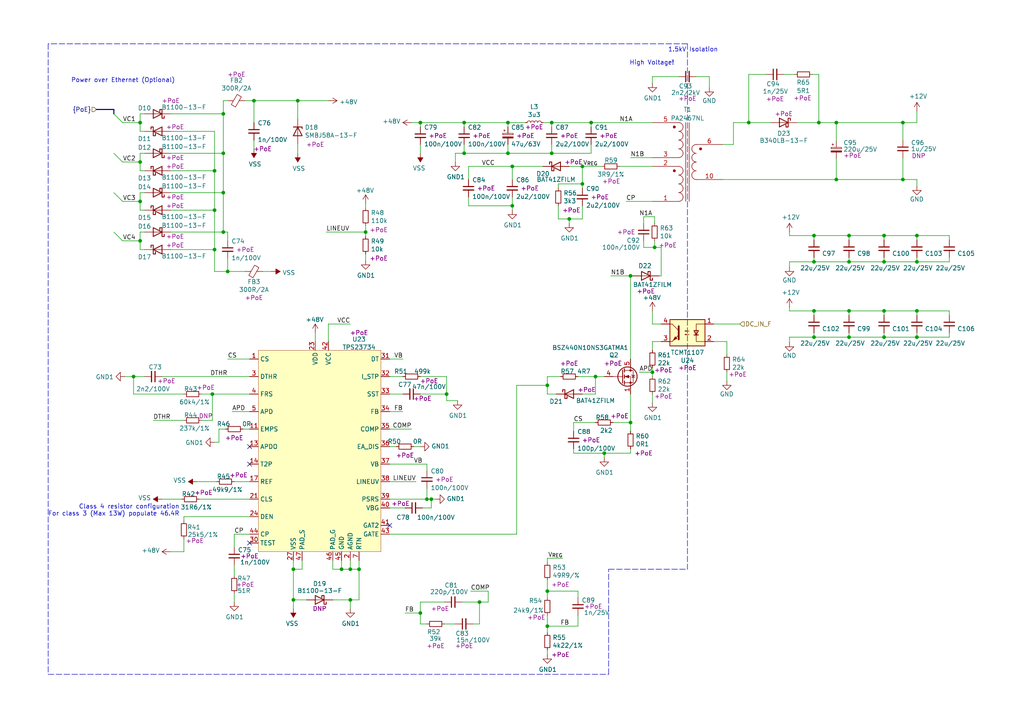
<source format=kicad_sch>
(kicad_sch (version 20210406) (generator eeschema)
  (paper "A4")
  (title_block (title "Power over Ethernet") (date "2021-01-12") (rev "0.1") (company "Nabu Casa") (comment 1 "www.nabucasa.com") (comment 2 "Light Blue"))
  (junction (at 38.735 109.22) (diameter 0.9144))
  (junction (at 40.64 35.56) (diameter 0.9144))
  (junction (at 40.64 46.99) (diameter 0.9144))
  (junction (at 40.64 58.42) (diameter 0.9144))
  (junction (at 40.64 69.85) (diameter 0.9144))
  (junction (at 61.595 114.3) (diameter 0.9144))
  (junction (at 62.23 49.53) (diameter 0.9144))
  (junction (at 62.23 60.96) (diameter 0.9144))
  (junction (at 62.23 72.39) (diameter 0.9144))
  (junction (at 64.77 33.02) (diameter 0.9144))
  (junction (at 64.77 44.45) (diameter 0.9144))
  (junction (at 64.77 55.88) (diameter 0.9144))
  (junction (at 64.77 67.31) (diameter 0.9144))
  (junction (at 66.04 78.74) (diameter 0.9144))
  (junction (at 73.66 29.21) (diameter 0.9144))
  (junction (at 85.09 165.1) (diameter 0.9144))
  (junction (at 85.09 173.99) (diameter 0.9144))
  (junction (at 86.36 29.21) (diameter 0.9144))
  (junction (at 99.06 165.1) (diameter 0.9144))
  (junction (at 101.6 165.1) (diameter 0.9144))
  (junction (at 101.6 173.99) (diameter 0.9144))
  (junction (at 104.14 165.1) (diameter 0.9144))
  (junction (at 106.045 67.31) (diameter 0.9144))
  (junction (at 121.92 35.56) (diameter 0.9144))
  (junction (at 121.92 177.8) (diameter 0.9144))
  (junction (at 123.825 144.78) (diameter 0.9144))
  (junction (at 125.095 144.78) (diameter 0.9144))
  (junction (at 129.54 114.3) (diameter 0.9144))
  (junction (at 134.62 35.56) (diameter 0.9144))
  (junction (at 134.62 44.45) (diameter 0.9144))
  (junction (at 139.065 174.625) (diameter 0.9144))
  (junction (at 147.32 35.56) (diameter 0.9144))
  (junction (at 147.32 44.45) (diameter 0.9144))
  (junction (at 148.59 48.26) (diameter 0.9144))
  (junction (at 148.59 59.69) (diameter 0.9144))
  (junction (at 158.75 111.76) (diameter 0.9144))
  (junction (at 158.75 171.45) (diameter 0.9144))
  (junction (at 158.75 181.61) (diameter 0.9144))
  (junction (at 160.02 35.56) (diameter 0.9144))
  (junction (at 160.02 44.45) (diameter 0.9144))
  (junction (at 165.1 63.5) (diameter 0.9144))
  (junction (at 168.91 48.26) (diameter 0.9144))
  (junction (at 168.91 53.34) (diameter 0.9144))
  (junction (at 171.45 35.56) (diameter 0.9144))
  (junction (at 172.72 109.22) (diameter 0.9144))
  (junction (at 175.26 131.445) (diameter 0.9144))
  (junction (at 182.88 80.01) (diameter 0.9144))
  (junction (at 182.88 122.555) (diameter 0.9144))
  (junction (at 189.23 107.95) (diameter 0.9144))
  (junction (at 189.865 71.755) (diameter 0.9144))
  (junction (at 217.17 35.56) (diameter 0.9144))
  (junction (at 236.093 68.326) (diameter 0.9144))
  (junction (at 236.093 75.946) (diameter 0.9144))
  (junction (at 236.093 90.17) (diameter 0.9144))
  (junction (at 236.093 97.79) (diameter 0.9144))
  (junction (at 237.49 35.56) (diameter 0.9144))
  (junction (at 242.57 35.56) (diameter 0.9144))
  (junction (at 242.57 52.07) (diameter 0.9144))
  (junction (at 246.253 68.326) (diameter 0.9144))
  (junction (at 246.253 75.946) (diameter 0.9144))
  (junction (at 246.253 90.17) (diameter 0.9144))
  (junction (at 246.253 97.79) (diameter 0.9144))
  (junction (at 256.413 68.326) (diameter 0.9144))
  (junction (at 256.413 75.946) (diameter 0.9144))
  (junction (at 256.413 90.17) (diameter 0.9144))
  (junction (at 256.413 97.79) (diameter 0.9144))
  (junction (at 261.874 35.56) (diameter 0.9144))
  (junction (at 261.874 52.07) (diameter 0.9144))
  (junction (at 265.938 68.326) (diameter 0.9144))
  (junction (at 265.938 75.946) (diameter 0.9144))
  (junction (at 265.938 90.17) (diameter 0.9144))
  (junction (at 265.938 97.79) (diameter 0.9144))
  (no_connect (at 72.39 129.54))
  (no_connect (at 72.39 134.62))
  (no_connect (at 72.39 157.48))
  (no_connect (at 113.03 152.4))
  (bus_entry (at 33.02 33.02) (size 2.54 2.54) (stroke (width 0.1524)))
  (bus_entry (at 33.02 44.45) (size 2.54 2.54) (stroke (width 0.1524)))
  (bus_entry (at 33.02 55.88) (size 2.54 2.54) (stroke (width 0.1524)))
  (bus_entry (at 33.02 67.31) (size 2.54 2.54) (stroke (width 0.1524)))
  (wire (pts (xy 35.56 35.56) (xy 40.64 35.56)))
  (wire (pts (xy 35.56 46.99) (xy 40.64 46.99)))
  (wire (pts (xy 35.56 58.42) (xy 40.64 58.42)))
  (wire (pts (xy 35.56 69.85) (xy 40.64 69.85)))
  (wire (pts (xy 36.195 109.22) (xy 38.735 109.22)))
  (wire (pts (xy 38.735 109.22) (xy 41.91 109.22)))
  (wire (pts (xy 38.735 114.3) (xy 38.735 109.22)))
  (wire (pts (xy 40.64 33.02) (xy 40.64 35.56)))
  (wire (pts (xy 40.64 38.1) (xy 40.64 35.56)))
  (wire (pts (xy 40.64 44.45) (xy 40.64 46.99)))
  (wire (pts (xy 40.64 49.53) (xy 40.64 46.99)))
  (wire (pts (xy 40.64 55.88) (xy 40.64 58.42)))
  (wire (pts (xy 40.64 60.96) (xy 40.64 58.42)))
  (wire (pts (xy 40.64 67.31) (xy 40.64 69.85)))
  (wire (pts (xy 40.64 72.39) (xy 40.64 69.85)))
  (wire (pts (xy 41.91 33.02) (xy 40.64 33.02)))
  (wire (pts (xy 41.91 38.1) (xy 40.64 38.1)))
  (wire (pts (xy 41.91 44.45) (xy 40.64 44.45)))
  (wire (pts (xy 41.91 49.53) (xy 40.64 49.53)))
  (wire (pts (xy 41.91 55.88) (xy 40.64 55.88)))
  (wire (pts (xy 41.91 60.96) (xy 40.64 60.96)))
  (wire (pts (xy 41.91 67.31) (xy 40.64 67.31)))
  (wire (pts (xy 41.91 72.39) (xy 40.64 72.39)))
  (wire (pts (xy 44.45 121.92) (xy 53.34 121.92)))
  (wire (pts (xy 46.99 109.22) (xy 72.39 109.22)))
  (wire (pts (xy 46.99 144.78) (xy 52.705 144.78)))
  (wire (pts (xy 49.53 33.02) (xy 64.77 33.02)))
  (wire (pts (xy 49.53 38.1) (xy 62.23 38.1)))
  (wire (pts (xy 49.53 44.45) (xy 64.77 44.45)))
  (wire (pts (xy 49.53 49.53) (xy 62.23 49.53)))
  (wire (pts (xy 49.53 55.88) (xy 64.77 55.88)))
  (wire (pts (xy 49.53 60.96) (xy 62.23 60.96)))
  (wire (pts (xy 49.53 67.31) (xy 64.77 67.31)))
  (wire (pts (xy 49.53 72.39) (xy 62.23 72.39)))
  (wire (pts (xy 53.34 114.3) (xy 38.735 114.3)))
  (wire (pts (xy 53.34 149.86) (xy 53.34 151.13)))
  (wire (pts (xy 53.34 156.21) (xy 53.34 160.02)))
  (wire (pts (xy 53.34 160.02) (xy 49.53 160.02)))
  (wire (pts (xy 57.15 139.7) (xy 62.865 139.7)))
  (wire (pts (xy 57.785 144.78) (xy 72.39 144.78)))
  (wire (pts (xy 58.42 114.3) (xy 61.595 114.3)))
  (wire (pts (xy 58.42 121.92) (xy 61.595 121.92)))
  (wire (pts (xy 61.595 114.3) (xy 72.39 114.3)))
  (wire (pts (xy 61.595 121.92) (xy 61.595 114.3)))
  (wire (pts (xy 62.23 38.1) (xy 62.23 49.53)))
  (wire (pts (xy 62.23 49.53) (xy 62.23 60.96)))
  (wire (pts (xy 62.23 60.96) (xy 62.23 72.39)))
  (wire (pts (xy 62.23 72.39) (xy 62.23 78.74)))
  (wire (pts (xy 62.23 78.74) (xy 66.04 78.74)))
  (wire (pts (xy 63.5 124.46) (xy 63.5 128.27)))
  (wire (pts (xy 63.5 124.46) (xy 65.405 124.46)))
  (wire (pts (xy 63.5 128.27) (xy 62.23 128.27)))
  (wire (pts (xy 64.77 29.21) (xy 64.77 33.02)))
  (wire (pts (xy 64.77 29.21) (xy 66.04 29.21)))
  (wire (pts (xy 64.77 33.02) (xy 64.77 44.45)))
  (wire (pts (xy 64.77 44.45) (xy 64.77 55.88)))
  (wire (pts (xy 64.77 55.88) (xy 64.77 67.31)))
  (wire (pts (xy 64.77 67.31) (xy 66.04 67.31)))
  (wire (pts (xy 66.04 67.31) (xy 66.04 69.85)))
  (wire (pts (xy 66.04 74.93) (xy 66.04 78.74)))
  (wire (pts (xy 66.04 78.74) (xy 71.12 78.74)))
  (wire (pts (xy 66.04 104.14) (xy 72.39 104.14)))
  (wire (pts (xy 67.31 119.38) (xy 72.39 119.38)))
  (wire (pts (xy 67.945 139.7) (xy 72.39 139.7)))
  (wire (pts (xy 67.945 154.94) (xy 67.945 158.75)))
  (wire (pts (xy 67.945 154.94) (xy 72.39 154.94)))
  (wire (pts (xy 67.945 163.83) (xy 67.945 167.005)))
  (wire (pts (xy 67.945 172.085) (xy 67.945 174.625)))
  (wire (pts (xy 70.485 124.46) (xy 72.39 124.46)))
  (wire (pts (xy 71.12 29.21) (xy 73.66 29.21)))
  (wire (pts (xy 72.39 149.86) (xy 53.34 149.86)))
  (wire (pts (xy 73.66 29.21) (xy 73.66 35.56)))
  (wire (pts (xy 73.66 29.21) (xy 86.36 29.21)))
  (wire (pts (xy 73.66 40.64) (xy 73.66 43.18)))
  (wire (pts (xy 76.2 78.74) (xy 78.74 78.74)))
  (wire (pts (xy 85.09 165.1) (xy 85.09 162.56)))
  (wire (pts (xy 85.09 165.1) (xy 85.09 173.99)))
  (wire (pts (xy 85.09 173.99) (xy 85.09 176.53)))
  (wire (pts (xy 85.09 173.99) (xy 88.9 173.99)))
  (wire (pts (xy 86.36 29.21) (xy 95.25 29.21)))
  (wire (pts (xy 86.36 34.29) (xy 86.36 29.21)))
  (wire (pts (xy 86.36 41.91) (xy 86.36 44.45)))
  (wire (pts (xy 87.63 162.56) (xy 87.63 165.1)))
  (wire (pts (xy 87.63 165.1) (xy 85.09 165.1)))
  (wire (pts (xy 91.44 96.52) (xy 91.44 99.06)))
  (wire (pts (xy 94.615 67.31) (xy 106.045 67.31)))
  (wire (pts (xy 95.25 93.98) (xy 101.6 93.98)))
  (wire (pts (xy 95.25 99.06) (xy 95.25 93.98)))
  (wire (pts (xy 96.52 162.56) (xy 96.52 165.1)))
  (wire (pts (xy 96.52 165.1) (xy 99.06 165.1)))
  (wire (pts (xy 96.52 173.99) (xy 101.6 173.99)))
  (wire (pts (xy 99.06 162.56) (xy 99.06 165.1)))
  (wire (pts (xy 99.06 165.1) (xy 101.6 165.1)))
  (wire (pts (xy 101.6 162.56) (xy 101.6 165.1)))
  (wire (pts (xy 101.6 165.1) (xy 104.14 165.1)))
  (wire (pts (xy 101.6 173.99) (xy 101.6 176.53)))
  (wire (pts (xy 104.14 165.1) (xy 104.14 162.56)))
  (wire (pts (xy 104.14 165.1) (xy 104.14 173.99)))
  (wire (pts (xy 104.14 173.99) (xy 101.6 173.99)))
  (wire (pts (xy 106.045 59.055) (xy 106.045 60.325)))
  (wire (pts (xy 106.045 65.405) (xy 106.045 67.31)))
  (wire (pts (xy 106.045 67.31) (xy 106.045 68.58)))
  (wire (pts (xy 106.045 73.66) (xy 106.045 75.565)))
  (wire (pts (xy 113.03 104.14) (xy 116.84 104.14)))
  (wire (pts (xy 113.03 109.22) (xy 116.84 109.22)))
  (wire (pts (xy 113.03 114.3) (xy 116.84 114.3)))
  (wire (pts (xy 113.03 119.38) (xy 116.84 119.38)))
  (wire (pts (xy 113.03 124.46) (xy 119.38 124.46)))
  (wire (pts (xy 113.03 129.54) (xy 114.935 129.54)))
  (wire (pts (xy 113.03 134.62) (xy 123.825 134.62)))
  (wire (pts (xy 113.03 139.7) (xy 120.65 139.7)))
  (wire (pts (xy 113.03 144.78) (xy 123.825 144.78)))
  (wire (pts (xy 113.03 147.32) (xy 117.475 147.32)))
  (wire (pts (xy 113.03 154.94) (xy 149.86 154.94)))
  (wire (pts (xy 117.475 177.8) (xy 121.92 177.8)))
  (wire (pts (xy 119.38 35.56) (xy 121.92 35.56)))
  (wire (pts (xy 120.015 129.54) (xy 121.92 129.54)))
  (wire (pts (xy 121.92 35.56) (xy 121.92 36.83)))
  (wire (pts (xy 121.92 35.56) (xy 134.62 35.56)))
  (wire (pts (xy 121.92 41.91) (xy 121.92 44.45)))
  (wire (pts (xy 121.92 109.22) (xy 129.54 109.22)))
  (wire (pts (xy 121.92 114.3) (xy 129.54 114.3)))
  (wire (pts (xy 121.92 174.625) (xy 121.92 177.8)))
  (wire (pts (xy 121.92 180.975) (xy 121.92 177.8)))
  (wire (pts (xy 122.555 147.32) (xy 125.095 147.32)))
  (wire (pts (xy 123.825 134.62) (xy 123.825 136.525)))
  (wire (pts (xy 123.825 141.605) (xy 123.825 144.78)))
  (wire (pts (xy 123.825 144.78) (xy 125.095 144.78)))
  (wire (pts (xy 123.825 180.975) (xy 121.92 180.975)))
  (wire (pts (xy 125.095 144.78) (xy 126.365 144.78)))
  (wire (pts (xy 125.095 147.32) (xy 125.095 144.78)))
  (wire (pts (xy 128.905 174.625) (xy 121.92 174.625)))
  (wire (pts (xy 128.905 180.975) (xy 132.08 180.975)))
  (wire (pts (xy 129.54 109.22) (xy 129.54 114.3)))
  (wire (pts (xy 129.54 116.205) (xy 129.54 114.3)))
  (wire (pts (xy 132.08 44.45) (xy 132.08 46.99)))
  (wire (pts (xy 132.715 116.205) (xy 129.54 116.205)))
  (wire (pts (xy 133.985 174.625) (xy 139.065 174.625)))
  (wire (pts (xy 134.62 35.56) (xy 134.62 36.83)))
  (wire (pts (xy 134.62 35.56) (xy 147.32 35.56)))
  (wire (pts (xy 134.62 41.91) (xy 134.62 44.45)))
  (wire (pts (xy 134.62 44.45) (xy 132.08 44.45)))
  (wire (pts (xy 134.62 44.45) (xy 147.32 44.45)))
  (wire (pts (xy 135.89 48.26) (xy 135.89 52.07)))
  (wire (pts (xy 135.89 48.26) (xy 148.59 48.26)))
  (wire (pts (xy 135.89 57.15) (xy 135.89 59.69)))
  (wire (pts (xy 135.89 59.69) (xy 148.59 59.69)))
  (wire (pts (xy 137.16 180.975) (xy 139.065 180.975)))
  (wire (pts (xy 139.065 174.625) (xy 141.605 174.625)))
  (wire (pts (xy 139.065 180.975) (xy 139.065 174.625)))
  (wire (pts (xy 141.605 171.45) (xy 136.525 171.45)))
  (wire (pts (xy 141.605 174.625) (xy 141.605 171.45)))
  (wire (pts (xy 147.32 35.56) (xy 147.32 36.83)))
  (wire (pts (xy 147.32 35.56) (xy 152.4 35.56)))
  (wire (pts (xy 147.32 41.91) (xy 147.32 44.45)))
  (wire (pts (xy 147.32 44.45) (xy 160.02 44.45)))
  (wire (pts (xy 148.59 48.26) (xy 148.59 52.07)))
  (wire (pts (xy 148.59 48.26) (xy 157.48 48.26)))
  (wire (pts (xy 148.59 57.15) (xy 148.59 59.69)))
  (wire (pts (xy 148.59 59.69) (xy 148.59 60.96)))
  (wire (pts (xy 149.86 111.76) (xy 158.75 111.76)))
  (wire (pts (xy 149.86 154.94) (xy 149.86 111.76)))
  (wire (pts (xy 157.48 35.56) (xy 160.02 35.56)))
  (wire (pts (xy 158.75 109.22) (xy 162.56 109.22)))
  (wire (pts (xy 158.75 111.76) (xy 158.75 109.22)))
  (wire (pts (xy 158.75 114.3) (xy 158.75 111.76)))
  (wire (pts (xy 158.75 161.925) (xy 163.195 161.925)))
  (wire (pts (xy 158.75 163.195) (xy 158.75 161.925)))
  (wire (pts (xy 158.75 168.275) (xy 158.75 171.45)))
  (wire (pts (xy 158.75 171.45) (xy 158.75 173.355)))
  (wire (pts (xy 158.75 171.45) (xy 167.64 171.45)))
  (wire (pts (xy 158.75 178.435) (xy 158.75 181.61)))
  (wire (pts (xy 158.75 181.61) (xy 158.75 183.515)))
  (wire (pts (xy 158.75 188.595) (xy 158.75 189.865)))
  (wire (pts (xy 160.02 35.56) (xy 160.02 36.83)))
  (wire (pts (xy 160.02 35.56) (xy 171.45 35.56)))
  (wire (pts (xy 160.02 41.91) (xy 160.02 44.45)))
  (wire (pts (xy 160.02 44.45) (xy 171.45 44.45)))
  (wire (pts (xy 161.29 114.3) (xy 158.75 114.3)))
  (wire (pts (xy 161.925 53.34) (xy 168.91 53.34)))
  (wire (pts (xy 161.925 54.61) (xy 161.925 53.34)))
  (wire (pts (xy 161.925 59.69) (xy 161.925 63.5)))
  (wire (pts (xy 161.925 63.5) (xy 165.1 63.5)))
  (wire (pts (xy 165.1 48.26) (xy 168.91 48.26)))
  (wire (pts (xy 165.1 63.5) (xy 165.1 64.77)))
  (wire (pts (xy 165.1 63.5) (xy 168.91 63.5)))
  (wire (pts (xy 166.37 122.555) (xy 166.37 125.095)))
  (wire (pts (xy 166.37 131.445) (xy 166.37 130.175)))
  (wire (pts (xy 167.64 173.355) (xy 167.64 171.45)))
  (wire (pts (xy 167.64 178.435) (xy 167.64 181.61)))
  (wire (pts (xy 167.64 181.61) (xy 158.75 181.61)))
  (wire (pts (xy 168.91 48.26) (xy 168.91 53.34)))
  (wire (pts (xy 168.91 48.26) (xy 174.625 48.26)))
  (wire (pts (xy 168.91 53.34) (xy 168.91 54.61)))
  (wire (pts (xy 168.91 63.5) (xy 168.91 59.69)))
  (wire (pts (xy 168.91 114.3) (xy 172.72 114.3)))
  (wire (pts (xy 171.45 35.56) (xy 171.45 36.83)))
  (wire (pts (xy 171.45 35.56) (xy 189.23 35.56)))
  (wire (pts (xy 171.45 41.91) (xy 171.45 44.45)))
  (wire (pts (xy 172.72 109.22) (xy 167.64 109.22)))
  (wire (pts (xy 172.72 109.22) (xy 175.26 109.22)))
  (wire (pts (xy 172.72 114.3) (xy 172.72 109.22)))
  (wire (pts (xy 172.72 122.555) (xy 166.37 122.555)))
  (wire (pts (xy 175.26 131.445) (xy 166.37 131.445)))
  (wire (pts (xy 175.26 131.445) (xy 175.26 132.715)))
  (wire (pts (xy 177.165 80.01) (xy 182.88 80.01)))
  (wire (pts (xy 177.8 122.555) (xy 182.88 122.555)))
  (wire (pts (xy 179.705 48.26) (xy 189.23 48.26)))
  (wire (pts (xy 181.61 58.42) (xy 189.23 58.42)))
  (wire (pts (xy 182.88 45.72) (xy 189.23 45.72)))
  (wire (pts (xy 182.88 80.01) (xy 182.88 104.14)))
  (wire (pts (xy 182.88 80.01) (xy 183.515 80.01)))
  (wire (pts (xy 182.88 114.3) (xy 182.88 122.555)))
  (wire (pts (xy 182.88 122.555) (xy 182.88 125.095)))
  (wire (pts (xy 182.88 130.175) (xy 182.88 131.445)))
  (wire (pts (xy 182.88 131.445) (xy 175.26 131.445)))
  (wire (pts (xy 185.42 107.95) (xy 189.23 107.95)))
  (wire (pts (xy 186.69 62.865) (xy 186.69 64.77)))
  (wire (pts (xy 186.69 69.85) (xy 186.69 71.755)))
  (wire (pts (xy 186.69 71.755) (xy 189.865 71.755)))
  (wire (pts (xy 189.23 22.225) (xy 189.23 24.13)))
  (wire (pts (xy 189.23 93.98) (xy 189.23 90.17)))
  (wire (pts (xy 189.23 99.06) (xy 189.23 101.6)))
  (wire (pts (xy 189.23 106.68) (xy 189.23 107.95)))
  (wire (pts (xy 189.23 107.95) (xy 189.23 109.22)))
  (wire (pts (xy 189.23 114.3) (xy 189.23 116.84)))
  (wire (pts (xy 189.865 62.865) (xy 186.69 62.865)))
  (wire (pts (xy 189.865 64.77) (xy 189.865 62.865)))
  (wire (pts (xy 189.865 71.755) (xy 189.865 69.85)))
  (wire (pts (xy 191.135 80.01) (xy 191.77 80.01)))
  (wire (pts (xy 191.77 71.755) (xy 189.865 71.755)))
  (wire (pts (xy 191.77 80.01) (xy 191.77 71.755)))
  (wire (pts (xy 191.77 93.98) (xy 189.23 93.98)))
  (wire (pts (xy 191.77 99.06) (xy 189.23 99.06)))
  (wire (pts (xy 196.85 22.225) (xy 189.23 22.225)))
  (wire (pts (xy 205.74 22.225) (xy 201.93 22.225)))
  (wire (pts (xy 205.74 25.4) (xy 205.74 22.225)))
  (wire (pts (xy 207.01 93.98) (xy 214.63 93.98)))
  (wire (pts (xy 207.01 99.06) (xy 210.82 99.06)))
  (wire (pts (xy 209.55 41.91) (xy 212.725 41.91)))
  (wire (pts (xy 209.55 52.07) (xy 242.57 52.07)))
  (wire (pts (xy 210.82 99.06) (xy 210.82 102.87)))
  (wire (pts (xy 210.82 107.95) (xy 210.82 110.49)))
  (wire (pts (xy 212.725 35.56) (xy 217.17 35.56)))
  (wire (pts (xy 212.725 41.91) (xy 212.725 35.56)))
  (wire (pts (xy 217.17 21.59) (xy 217.17 35.56)))
  (wire (pts (xy 217.17 35.56) (xy 223.52 35.56)))
  (wire (pts (xy 222.25 21.59) (xy 217.17 21.59)))
  (wire (pts (xy 227.33 21.59) (xy 230.505 21.59)))
  (wire (pts (xy 228.981 68.326) (xy 228.981 67.31)))
  (wire (pts (xy 228.981 68.326) (xy 236.093 68.326)))
  (wire (pts (xy 228.981 75.946) (xy 228.981 77.47)))
  (wire (pts (xy 228.981 75.946) (xy 236.093 75.946)))
  (wire (pts (xy 228.981 90.17) (xy 228.981 89.154)))
  (wire (pts (xy 228.981 90.17) (xy 236.093 90.17)))
  (wire (pts (xy 228.981 97.79) (xy 228.981 99.314)))
  (wire (pts (xy 228.981 97.79) (xy 236.093 97.79)))
  (wire (pts (xy 231.14 35.56) (xy 237.49 35.56)))
  (wire (pts (xy 235.585 21.59) (xy 237.49 21.59)))
  (wire (pts (xy 236.093 68.326) (xy 236.093 69.596)))
  (wire (pts (xy 236.093 68.326) (xy 246.253 68.326)))
  (wire (pts (xy 236.093 74.676) (xy 236.093 75.946)))
  (wire (pts (xy 236.093 75.946) (xy 246.253 75.946)))
  (wire (pts (xy 236.093 90.17) (xy 236.093 91.44)))
  (wire (pts (xy 236.093 90.17) (xy 246.253 90.17)))
  (wire (pts (xy 236.093 96.52) (xy 236.093 97.79)))
  (wire (pts (xy 236.093 97.79) (xy 246.253 97.79)))
  (wire (pts (xy 237.49 21.59) (xy 237.49 35.56)))
  (wire (pts (xy 237.49 35.56) (xy 242.57 35.56)))
  (wire (pts (xy 242.57 35.56) (xy 242.57 40.894)))
  (wire (pts (xy 242.57 35.56) (xy 261.874 35.56)))
  (wire (pts (xy 242.57 45.974) (xy 242.57 52.07)))
  (wire (pts (xy 242.57 52.07) (xy 261.874 52.07)))
  (wire (pts (xy 246.253 68.326) (xy 246.253 69.596)))
  (wire (pts (xy 246.253 68.326) (xy 256.413 68.326)))
  (wire (pts (xy 246.253 74.676) (xy 246.253 75.946)))
  (wire (pts (xy 246.253 75.946) (xy 256.413 75.946)))
  (wire (pts (xy 246.253 90.17) (xy 246.253 91.44)))
  (wire (pts (xy 246.253 90.17) (xy 256.413 90.17)))
  (wire (pts (xy 246.253 96.52) (xy 246.253 97.79)))
  (wire (pts (xy 246.253 97.79) (xy 256.413 97.79)))
  (wire (pts (xy 256.413 68.326) (xy 256.413 69.596)))
  (wire (pts (xy 256.413 68.326) (xy 265.938 68.326)))
  (wire (pts (xy 256.413 74.676) (xy 256.413 75.946)))
  (wire (pts (xy 256.413 75.946) (xy 265.938 75.946)))
  (wire (pts (xy 256.413 90.17) (xy 256.413 91.44)))
  (wire (pts (xy 256.413 90.17) (xy 265.938 90.17)))
  (wire (pts (xy 256.413 96.52) (xy 256.413 97.79)))
  (wire (pts (xy 256.413 97.79) (xy 265.938 97.79)))
  (wire (pts (xy 261.874 35.56) (xy 261.874 40.64)))
  (wire (pts (xy 261.874 35.56) (xy 265.938 35.56)))
  (wire (pts (xy 261.874 45.72) (xy 261.874 52.07)))
  (wire (pts (xy 261.874 52.07) (xy 265.938 52.07)))
  (wire (pts (xy 265.938 35.56) (xy 265.938 32.258)))
  (wire (pts (xy 265.938 52.07) (xy 265.938 53.975)))
  (wire (pts (xy 265.938 68.326) (xy 265.938 69.596)))
  (wire (pts (xy 265.938 68.326) (xy 275.336 68.326)))
  (wire (pts (xy 265.938 74.676) (xy 265.938 75.946)))
  (wire (pts (xy 265.938 75.946) (xy 275.336 75.946)))
  (wire (pts (xy 265.938 90.17) (xy 265.938 91.44)))
  (wire (pts (xy 265.938 90.17) (xy 275.336 90.17)))
  (wire (pts (xy 265.938 96.52) (xy 265.938 97.79)))
  (wire (pts (xy 265.938 97.79) (xy 275.336 97.79)))
  (wire (pts (xy 275.336 68.326) (xy 275.336 69.596)))
  (wire (pts (xy 275.336 74.676) (xy 275.336 75.946)))
  (wire (pts (xy 275.336 90.17) (xy 275.336 91.44)))
  (wire (pts (xy 275.336 96.52) (xy 275.336 97.79)))
  (bus (pts (xy 27.94 31.75) (xy 33.02 31.75)))
  (bus (pts (xy 33.02 31.75) (xy 33.02 67.31)))
  (polyline (pts (xy 13.97 12.7) (xy 13.97 195.58)) (stroke (width 0) (type dash)))
  (polyline (pts (xy 13.97 195.58) (xy 176.53 195.58)) (stroke (width 0) (type dash)))
  (polyline (pts (xy 176.53 165.1) (xy 199.39 165.1)) (stroke (width 0) (type dash)))
  (polyline (pts (xy 176.53 195.58) (xy 176.53 165.1)) (stroke (width 0) (type dash)))
  (polyline (pts (xy 199.39 12.7) (xy 13.97 12.7)) (stroke (width 0) (type dash)))
  (polyline (pts (xy 199.39 12.7) (xy 199.39 165.1)) (stroke (width 0) (type dash)))
  (text "Power over Ethernet (Optional)" (at 50.8 24.13 180) (effects (font (size 1.27 1.27)) (justify right bottom)))
  (text "Class 4 resistor configuration\nFor class 3 (Max 13W) populate 46.4R" (at 52.07 149.86 0) (effects (font (size 1.27 1.27)) (justify right bottom)))
  (text "High Voltage!" (at 195.58 19.05 180) (effects (font (size 1.27 1.27)) (justify right bottom)))
  (text "1.5kV Isolation" (at 208.28 15.24 180) (effects (font (size 1.27 1.27)) (justify right bottom)))
  (label "VC1" (at 39.37 35.56 180))
  (label "VC2" (at 39.37 46.99 180))
  (label "VC3" (at 39.37 58.42 180))
  (label "VC4" (at 39.37 69.85 180))
  (label "DTHR" (at 44.45 121.92 0))
  (label "DTHR" (at 60.96 109.22 0))
  (label "CS" (at 66.04 104.14 0))
  (label "APD" (at 67.31 119.38 0))
  (label "CP" (at 67.945 154.94 0))
  (label "LINEUV" (at 94.615 67.31 0))
  (label "VCC" (at 101.6 93.98 180))
  (label "VB" (at 116.84 104.14 180))
  (label "FB" (at 116.84 119.38 180))
  (label "FB" (at 117.475 177.8 0))
  (label "COMP" (at 119.38 124.46 180))
  (label "LINEUV" (at 120.65 139.7 180))
  (label "VB" (at 122.555 134.62 180))
  (label "COMP" (at 136.525 171.45 0))
  (label "VCC" (at 139.7 48.26 0))
  (label "V_{REG}" (at 163.195 161.925 180))
  (label "FB" (at 165.1 181.61 180))
  (label "CS" (at 166.37 122.555 0))
  (label "V_{REG}" (at 173.355 48.26 180))
  (label "N1B" (at 177.165 80.01 0))
  (label "CP" (at 181.61 58.42 0))
  (label "N1B" (at 182.88 45.72 0))
  (label "N1A" (at 183.515 35.56 180))
  (label "APD" (at 185.42 107.95 0))
  (label "N1A" (at 189.23 62.865 180))
  (hierarchical_label "{PoE}" (shape input) (at 27.94 31.75 180))
  (hierarchical_label "DC_IN_F" (shape input) (at 214.63 93.98 0))
  (symbol (lib_id "power:VSS") (at 46.99 144.78 90) (unit 1)
    (property "Reference" "#PWR0155" (effects hide))
    (property "Value" "VSS" (at 43.8149 144.4117 90) (effects (justify left)))
  )
  (symbol (lib_id "power:+48V") (at 49.53 160.02 90) (unit 1)
    (property "Reference" "#PWR0156" (effects hide))
    (property "Value" "+48V" (at 46.3549 159.6517 90) (effects (justify left)))
  )
  (symbol (lib_id "power:VSS") (at 57.15 139.7 90) (unit 1)
    (property "Reference" "#PWR0157" (effects hide))
    (property "Value" "VSS" (at 53.9749 139.3317 90) (effects (justify left)))
  )
  (symbol (lib_id "power:VSS") (at 73.66 43.18 180) (unit 1)
    (property "Reference" "#PWR0160" (effects hide))
    (property "Value" "VSS" (at 75.8317 47.6251 0) (effects (justify left)))
  )
  (symbol (lib_id "power:VSS") (at 78.74 78.74 270) (unit 1)
    (property "Reference" "#PWR0161" (effects hide))
    (property "Value" "VSS" (at 81.9151 79.1083 90) (effects (justify left)))
  )
  (symbol (lib_id "power:VSS") (at 85.09 176.53 180) (unit 1)
    (property "Reference" "#PWR0162" (effects hide))
    (property "Value" "VSS" (at 84.7217 180.8544 0))
  )
  (symbol (lib_id "power:VSS") (at 86.36 44.45 180) (unit 1)
    (property "Reference" "#PWR0163" (effects hide))
    (property "Value" "VSS" (at 88.5317 48.8951 0) (effects (justify left)))
  )
  (symbol (lib_id "power:+48V") (at 91.44 96.52 0) (unit 1)
    (property "Reference" "#PWR0164" (effects hide))
    (property "Value" "+48V" (at 88.6333 92.7099 0) (effects (justify left)))
  )
  (symbol (lib_id "power:+48V") (at 95.25 29.21 270) (unit 1)
    (property "Reference" "#PWR0165" (effects hide))
    (property "Value" "+48V" (at 98.4251 29.5783 90) (effects (justify left)))
  )
  (symbol (lib_id "power:+48V") (at 106.045 59.055 0) (unit 1)
    (property "Reference" "#PWR0167" (effects hide))
    (property "Value" "+48V" (at 103.2383 55.2449 0) (effects (justify left)))
  )
  (symbol (lib_id "power:+48V") (at 119.38 35.56 90) (unit 1)
    (property "Reference" "#PWR0169" (effects hide))
    (property "Value" "+48V" (at 116.2049 35.1917 90) (effects (justify left)))
  )
  (symbol (lib_id "power:VSS") (at 121.92 44.45 180) (unit 1)
    (property "Reference" "#PWR0170" (effects hide))
    (property "Value" "VSS" (at 121.5517 48.7744 0))
  )
  (symbol (lib_id "power:+48V") (at 189.23 90.17 0) (unit 1)
    (property "Reference" "#PWR0180" (effects hide))
    (property "Value" "+48V" (at 186.4233 86.3599 0) (effects (justify left)))
  )
  (symbol (lib_id "power:+12V") (at 228.981 67.31 0) (unit 1)
    (property "Reference" "#PWR0184" (effects hide))
    (property "Value" "+12V" (at 229.3493 62.9856 0))
  )
  (symbol (lib_id "power:+12V") (at 228.981 89.154 0) (unit 1)
    (property "Reference" "#PWR0186" (effects hide))
    (property "Value" "+12V" (at 229.3493 84.8296 0))
  )
  (symbol (lib_id "power:+12V") (at 265.938 32.258 0) (unit 1)
    (property "Reference" "#PWR0188" (effects hide))
    (property "Value" "+12V" (at 266.3063 27.9336 0))
  )
  (symbol (lib_id "Device:L_Small") (at 154.94 35.56 90) (unit 1)
    (property "Reference" "L3" (at 154.94 30.9688 90))
    (property "Value" "3u3" (at 154.94 33.267 90))
    (property "Footprint" "Inductor_SMD:L_Taiyo-Yuden_NR-80xx" (effects hide))
    (property "Config" "+PoE" (at 154.94 36.83 90))
    (property "Manufacturer" "Taiyo Yuden" (effects hide))
    (property "PartNumber" "NRS8030T3R3MJGJ" (effects hide))
  )
  (symbol (lib_id "power:GND1") (at 36.195 109.22 270) (unit 1)
    (property "Reference" "#PWR0154" (effects hide))
    (property "Value" "GND1" (at 33.0199 109.3343 90) (effects (justify right)))
  )
  (symbol (lib_id "power:GND1") (at 62.23 128.27 270) (unit 1)
    (property "Reference" "#PWR0158" (effects hide))
    (property "Value" "GND1" (at 59.0549 128.3843 90) (effects (justify right)))
  )
  (symbol (lib_id "power:GND1") (at 67.945 174.625 0) (unit 1)
    (property "Reference" "#PWR0159" (effects hide))
    (property "Value" "GND1" (at 68.0593 178.9494 0))
  )
  (symbol (lib_id "power:GND1") (at 101.6 176.53 0) (unit 1)
    (property "Reference" "#PWR0166" (effects hide))
    (property "Value" "GND1" (at 101.7143 180.8544 0))
  )
  (symbol (lib_id "power:GND1") (at 106.045 75.565 0) (unit 1)
    (property "Reference" "#PWR0168" (effects hide))
    (property "Value" "GND1" (at 106.1593 79.8894 0))
  )
  (symbol (lib_id "power:GND1") (at 121.92 129.54 90) (unit 1)
    (property "Reference" "#PWR0171" (effects hide))
    (property "Value" "GND1" (at 125.0951 129.4257 90) (effects (justify right)))
  )
  (symbol (lib_id "power:GND1") (at 126.365 144.78 90) (unit 1)
    (property "Reference" "#PWR0172" (effects hide))
    (property "Value" "GND1" (at 129.5401 144.6657 90) (effects (justify right)))
  )
  (symbol (lib_id "power:GND1") (at 132.08 46.99 0) (unit 1)
    (property "Reference" "#PWR0173" (effects hide))
    (property "Value" "GND1" (at 132.1943 51.3144 0))
  )
  (symbol (lib_id "power:GND1") (at 132.715 116.205 0) (unit 1)
    (property "Reference" "#PWR0174" (effects hide))
    (property "Value" "GND1" (at 132.8293 120.5294 0))
  )
  (symbol (lib_id "power:GND1") (at 148.59 60.96 0) (unit 1)
    (property "Reference" "#PWR0175" (effects hide))
    (property "Value" "GND1" (at 148.7043 65.2844 0))
  )
  (symbol (lib_id "power:GND1") (at 158.75 189.865 0) (unit 1)
    (property "Reference" "#PWR0176" (effects hide))
    (property "Value" "GND1" (at 158.8643 194.1894 0))
  )
  (symbol (lib_id "power:GND1") (at 165.1 64.77 0) (unit 1)
    (property "Reference" "#PWR0177" (effects hide))
    (property "Value" "GND1" (at 165.2143 69.0944 0))
  )
  (symbol (lib_id "power:GND1") (at 175.26 132.715 0) (unit 1)
    (property "Reference" "#PWR0178" (effects hide))
    (property "Value" "GND1" (at 175.3743 137.0394 0))
  )
  (symbol (lib_id "power:GND1") (at 189.23 24.13 0) (unit 1)
    (property "Reference" "#PWR0179" (effects hide))
    (property "Value" "GND1" (at 189.3443 28.4544 0))
  )
  (symbol (lib_id "power:GND1") (at 189.23 116.84 0) (unit 1)
    (property "Reference" "#PWR0181" (effects hide))
    (property "Value" "GND1" (at 189.3443 121.1644 0))
  )
  (symbol (lib_id "power:GND") (at 205.74 25.4 0) (unit 1)
    (property "Reference" "#PWR0182" (effects hide))
    (property "Value" "GND" (at 207.7593 29.2101 0) (effects (justify right)))
  )
  (symbol (lib_id "power:GND") (at 210.82 110.49 0) (unit 1)
    (property "Reference" "#PWR0183" (effects hide))
    (property "Value" "GND" (at 212.8393 114.3001 0) (effects (justify right)))
  )
  (symbol (lib_id "power:GND") (at 228.981 77.47 0) (unit 1)
    (property "Reference" "#PWR0185" (effects hide))
    (property "Value" "GND" (at 231.0003 81.2801 0) (effects (justify right)))
  )
  (symbol (lib_id "power:GND") (at 228.981 99.314 0) (unit 1)
    (property "Reference" "#PWR0187" (effects hide))
    (property "Value" "GND" (at 231.0003 103.1241 0) (effects (justify right)))
  )
  (symbol (lib_id "power:GND") (at 265.938 53.975 0) (unit 1)
    (property "Reference" "#PWR0189" (effects hide))
    (property "Value" "GND" (at 267.9573 57.7851 0) (effects (justify right)))
  )
  (symbol (lib_id "Device:R_Small") (at 53.34 153.67 180) (unit 1)
    (property "Reference" "R41" (at 58.1913 152.9144 0) (effects (justify left)))
    (property "Value" "25k5/1%" (at 63.271 155.061 0) (effects (justify left)))
    (property "Footprint" "Resistor_SMD:R_0402_1005Metric" (effects hide))
    (property "Config" "+PoE" (at 56.515 156.845 0))
  )
  (symbol (lib_id "Device:R_Small") (at 55.245 144.78 90) (unit 1)
    (property "Reference" "R42" (at 56.6356 143.2813 90) (effects (justify left)))
    (property "Value" "31R6/1%" (at 61.474 147.091 90) (effects (justify left)))
    (property "Footprint" "Resistor_SMD:R_0402_1005Metric" (effects hide))
    (property "Config" "+PoE" (at 59.055 142.875 90))
  )
  (symbol (lib_id "Device:R_Small") (at 55.88 114.3 90) (unit 1)
    (property "Reference" "R43" (at 57.2706 112.8013 90) (effects (justify left)))
    (property "Value" "60k4/1%" (at 60.839 116.611 90) (effects (justify left)))
    (property "Footprint" "Resistor_SMD:R_0402_1005Metric" (effects hide))
    (property "Config" "+PoE" (at 59.69 112.395 90))
  )
  (symbol (lib_id "Device:R_Small") (at 55.88 121.92 90) (unit 1)
    (property "Reference" "R44" (at 57.2706 120.4213 90) (effects (justify left)))
    (property "Value" "237k/1%" (at 60.839 124.231 90) (effects (justify left)))
    (property "Footprint" "Resistor_SMD:R_0402_1005Metric" (effects hide))
    (property "Config" "DNP" (at 59.69 120.65 90))
  )
  (symbol (lib_id "Device:R_Small") (at 65.405 139.7 90) (unit 1)
    (property "Reference" "R45" (at 66.7956 138.2013 90) (effects (justify left)))
    (property "Value" "49k9/1%" (at 70.364 142.011 90) (effects (justify left)))
    (property "Footprint" "Resistor_SMD:R_0402_1005Metric" (effects hide))
    (property "Config" "+PoE" (at 69.215 137.795 90))
  )
  (symbol (lib_id "Device:R_Small") (at 67.945 124.46 90) (unit 1)
    (property "Reference" "R46" (at 66.7956 122.9613 90) (effects (justify left)))
    (property "Value" "0R" (at 72.904 122.961 90) (effects (justify left)))
    (property "Footprint" "Resistor_SMD:R_0402_1005Metric" (effects hide))
    (property "Config" "+PoE" (at 67.945 127 90))
  )
  (symbol (lib_id "Device:R_Small") (at 67.945 169.545 0) (unit 1)
    (property "Reference" "R47" (at 68.8087 167.7606 0) (effects (justify left)))
    (property "Value" "51R" (at 68.809 171.329 0) (effects (justify left)))
    (property "Footprint" "Resistor_SMD:R_0402_1005Metric" (effects hide))
    (property "Config" "+PoE" (at 71.12 169.545 0))
  )
  (symbol (lib_id "Device:R_Small") (at 106.045 62.865 0) (unit 1)
    (property "Reference" "R48" (at 107.5437 61.7156 0) (effects (justify left)))
    (property "Value" "110k" (at 107.544 64.014 0) (effects (justify left)))
    (property "Footprint" "Resistor_SMD:R_0402_1005Metric" (effects hide))
    (property "Config" "+PoE" (at 109.855 66.675 0))
  )
  (symbol (lib_id "Device:R_Small") (at 106.045 71.12 0) (unit 1)
    (property "Reference" "R49" (at 107.5437 69.9706 0) (effects (justify left)))
    (property "Value" "10k" (at 107.544 72.269 0) (effects (justify left)))
    (property "Footprint" "Resistor_SMD:R_0402_1005Metric" (effects hide))
    (property "Config" "+PoE" (at 109.855 74.93 0))
  )
  (symbol (lib_id "Device:R_Small") (at 117.475 129.54 90) (unit 1)
    (property "Reference" "R50" (at 116.3256 128.0413 90) (effects (justify left)))
    (property "Value" "0R" (at 122.434 128.041 90) (effects (justify left)))
    (property "Footprint" "Resistor_SMD:R_0402_1005Metric" (effects hide))
    (property "Config" "+PoE" (at 117.475 132.08 90))
  )
  (symbol (lib_id "Device:R_Small") (at 119.38 109.22 90) (unit 1)
    (property "Reference" "R51" (at 118.2306 107.7213 90) (effects (justify left)))
    (property "Value" "499k" (at 124.974 107.721 90) (effects (justify left)))
    (property "Footprint" "Resistor_SMD:R_0402_1005Metric" (effects hide))
    (property "Config" "+PoE" (at 124.46 110.49 90))
  )
  (symbol (lib_id "Device:R_Small") (at 126.365 180.975 90) (unit 1)
    (property "Reference" "R52" (at 127.7556 183.2863 90) (effects (justify left)))
    (property "Value" "39k" (at 128.149 185.191 90) (effects (justify left)))
    (property "Footprint" "Resistor_SMD:R_0402_1005Metric" (effects hide))
    (property "Config" "+PoE" (at 126.365 187.325 90))
  )
  (symbol (lib_id "Device:R_Small") (at 158.75 165.735 0) (unit 1)
    (property "Reference" "R53" (at 160.2487 164.5856 0) (effects (justify left)))
    (property "Value" "49R9/%" (at 160.249 166.884 0) (effects (justify left)))
    (property "Footprint" "Resistor_SMD:R_0402_1005Metric" (effects hide))
    (property "Config" "+PoE" (at 162.56 169.545 0))
  )
  (symbol (lib_id "Device:R_Small") (at 158.75 175.895 0) (unit 1)
    (property "Reference" "R54" (at 153.3907 174.2376 0) (effects (justify left)))
    (property "Value" "24k9/1%" (at 148.819 177.044 0) (effects (justify left)))
    (property "Footprint" "Resistor_SMD:R_0402_1005Metric" (effects hide))
    (property "Config" "+PoE" (at 155.575 179.07 0))
  )
  (symbol (lib_id "Device:R_Small") (at 158.75 186.055 0) (unit 1)
    (property "Reference" "R55" (at 160.2487 184.9056 0) (effects (justify left)))
    (property "Value" "4k22/1%" (at 160.249 187.204 0) (effects (justify left)))
    (property "Footprint" "Resistor_SMD:R_0402_1005Metric" (effects hide))
    (property "Config" "+PoE" (at 162.56 189.865 0))
  )
  (symbol (lib_id "Device:R_Small") (at 161.925 57.15 0) (unit 1)
    (property "Reference" "R56" (at 163.4237 56.0006 0) (effects (justify left)))
    (property "Value" "3k3" (at 163.424 58.299 0) (effects (justify left)))
    (property "Footprint" "Resistor_SMD:R_0402_1005Metric" (effects hide))
    (property "Config" "+PoE" (at 165.735 60.96 0))
  )
  (symbol (lib_id "Device:R_Small") (at 165.1 109.22 90) (unit 1)
    (property "Reference" "R57" (at 166.4906 107.7213 90) (effects (justify left)))
    (property "Value" "4R7" (at 171.329 107.721 90) (effects (justify left)))
    (property "Footprint" "Resistor_SMD:R_0402_1005Metric" (effects hide))
    (property "Config" "+PoE" (at 165.1 105.41 90))
  )
  (symbol (lib_id "Device:R_Small") (at 175.26 122.555 90) (unit 1)
    (property "Reference" "R58" (at 176.6506 121.0563 90) (effects (justify left)))
    (property "Value" "2k2" (at 177.679 124.866 90) (effects (justify left)))
    (property "Footprint" "Resistor_SMD:R_0402_1005Metric" (effects hide))
    (property "Config" "+PoE" (at 179.705 120.65 90))
  )
  (symbol (lib_id "Device:R_Small") (at 177.165 48.26 90) (unit 1)
    (property "Reference" "R59" (at 179.1906 46.5073 90) (effects (justify left)))
    (property "Value" "3R9/1%" (at 181.108 50.571 90) (effects (justify left)))
    (property "Footprint" "Resistor_SMD:R_0805_2012Metric" (effects hide))
    (property "Config" "+PoE" (at 177.292 52.578 90))
  )
  (symbol (lib_id "Device:R_Small") (at 182.88 127.635 0) (unit 1)
    (property "Reference" "R60" (at 184.3787 126.4856 0) (effects (justify left)))
    (property "Value" "0R1" (at 184.379 128.784 0) (effects (justify left)))
    (property "Footprint" "Resistor_SMD:R_0805_2012Metric" (effects hide))
    (property "Config" "+PoE" (at 186.69 131.445 0))
    (property "Characteristics" "0.1 Watt" (effects hide))
  )
  (symbol (lib_id "Device:R_Small") (at 189.23 104.14 0) (unit 1)
    (property "Reference" "R61" (at 190.7287 102.9906 0) (effects (justify left)))
    (property "Value" "22k" (at 190.729 105.289 0) (effects (justify left)))
    (property "Footprint" "Resistor_SMD:R_0402_1005Metric" (effects hide))
    (property "Config" "+PoE" (at 192.405 107.315 0))
  )
  (symbol (lib_id "Device:R_Small") (at 189.23 111.76 0) (unit 1)
    (property "Reference" "R62" (at 190.7287 110.6106 0) (effects (justify left)))
    (property "Value" "22k" (at 190.729 112.909 0) (effects (justify left)))
    (property "Footprint" "Resistor_SMD:R_0402_1005Metric" (effects hide))
    (property "Config" "+PoE" (at 192.405 114.935 0))
  )
  (symbol (lib_id "Device:R_Small") (at 189.865 67.31 0) (unit 1)
    (property "Reference" "R63" (at 191.3637 66.1606 0) (effects (justify left)))
    (property "Value" "10k" (at 191.364 68.459 0) (effects (justify left)))
    (property "Footprint" "Resistor_SMD:R_0402_1005Metric" (effects hide))
    (property "Config" "+PoE" (at 193.675 71.12 0))
  )
  (symbol (lib_id "Device:R_Small") (at 210.82 105.41 0) (unit 1)
    (property "Reference" "R64" (at 212.3187 104.2606 0) (effects (justify left)))
    (property "Value" "22k" (at 212.319 106.559 0) (effects (justify left)))
    (property "Footprint" "Resistor_SMD:R_0402_1005Metric" (effects hide))
    (property "Config" "+PoE" (at 213.995 108.585 0))
  )
  (symbol (lib_id "Device:R_Small") (at 233.045 21.59 90) (unit 1)
    (property "Reference" "R65" (at 234.9436 23.9013 90) (effects (justify left)))
    (property "Value" "5R1" (at 234.956 26.314 90) (effects (justify left)))
    (property "Footprint" "Resistor_SMD:R_0402_1005Metric" (effects hide))
    (property "Config" "+PoE" (at 232.791 28.448 90))
  )
  (symbol (lib_id "Device:CP_Small") (at 147.32 39.37 0) (unit 1)
    (property "Reference" "C85" (at 148.2091 36.9506 0) (effects (justify left)))
    (property "Value" "47u/63V" (at 148.209 41.789 0) (effects (justify left)))
    (property "Footprint" "Capacitor_SMD:C_Elec_8x10.2" (effects hide))
    (property "Config" "+PoE" (at 152.4 39.37 0))
    (property "Manufacturer" "Panasonic Electronic Components" (effects hide))
    (property "PartNumber" "EEE-HA1J470UP" (effects hide))
  )
  (symbol (lib_id "Device:CP_Small") (at 242.57 43.434 0) (unit 1)
    (property "Reference" "C95" (at 244.6021 41.3956 0) (effects (justify left)))
    (property "Value" "220u/25V" (at 244.602 43.313 0) (effects (justify left)))
    (property "Footprint" "Capacitor_Tantalum_SMD:CP_EIA-7343-31_Kemet-D" (effects hide))
    (property "Config" "+PoE" (at 247.269 45.085 0))
    (property "Manufacturer" "KEMET" (effects hide))
    (property "PartNumber" "T491X107K025AT" (effects hide))
  )
  (symbol (lib_id "Device:C_Small") (at 44.45 109.22 270) (unit 1)
    (property "Reference" "C73" (at 43.0594 106.4642 90) (effects (justify left)))
    (property "Value" "2n2/100V" (at 39.491 112.814 90) (effects (justify left)))
    (property "Footprint" "Capacitor_SMD:C_0805_2012Metric" (effects hide))
    (property "Config" "+PoE" (at 48.26 110.49 90))
  )
  (symbol (lib_id "Device:C_Small") (at 66.04 72.39 0) (unit 1)
    (property "Reference" "C74" (at 67.0942 69.9706 0) (effects (justify left)))
    (property "Value" "1n/100V" (at 67.094 74.809 0) (effects (justify left)))
    (property "Footprint" "Capacitor_SMD:C_0805_2012Metric" (effects hide))
    (property "Config" "+PoE" (at 71.12 72.39 0))
  )
  (symbol (lib_id "Device:C_Small") (at 67.945 161.29 0) (unit 1)
    (property "Reference" "C75" (at 68.9992 159.5056 0) (effects (justify left)))
    (property "Value" "1n/100V" (at 69.634 163.074 0) (effects (justify left)))
    (property "Footprint" "Capacitor_SMD:C_0805_2012Metric" (effects hide))
    (property "Config" "+PoE" (at 72.39 161.29 0))
  )
  (symbol (lib_id "Device:C_Small") (at 73.66 38.1 0) (unit 1)
    (property "Reference" "C76" (at 74.7142 35.6806 0) (effects (justify left)))
    (property "Value" "1n/100V" (at 74.714 40.519 0) (effects (justify left)))
    (property "Footprint" "Capacitor_SMD:C_0805_2012Metric" (effects hide))
    (property "Config" "+PoE" (at 76.2 43.18 0))
  )
  (symbol (lib_id "Device:C_Small") (at 119.38 114.3 270) (unit 1)
    (property "Reference" "C77" (at 115.4494 111.5442 90) (effects (justify left)))
    (property "Value" "47n/100V" (at 119.501 112.179 90) (effects (justify left)))
    (property "Footprint" "Capacitor_SMD:C_0805_2012Metric" (effects hide))
    (property "Config" "+PoE" (at 122.555 115.57 90))
  )
  (symbol (lib_id "Device:C_Small") (at 120.015 147.32 90) (unit 1)
    (property "Reference" "C78" (at 118.8656 150.0758 90) (effects (justify left)))
    (property "Value" "100n/100V" (at 131.959 150.076 90) (effects (justify left)))
    (property "Footprint" "Capacitor_SMD:C_0805_2012Metric" (effects hide))
    (property "Config" "+PoE" (at 116.205 146.05 90))
  )
  (symbol (lib_id "Device:C_Small") (at 121.92 39.37 0) (unit 1)
    (property "Reference" "C79" (at 122.9742 36.9506 0) (effects (justify left)))
    (property "Value" "100n/100V" (at 122.974 41.789 0) (effects (justify left)))
    (property "Footprint" "Capacitor_SMD:C_0805_2012Metric" (effects hide))
    (property "Config" "+PoE" (at 127 39.37 0))
  )
  (symbol (lib_id "Device:C_Small") (at 123.825 139.065 0) (unit 1)
    (property "Reference" "C80" (at 124.8792 136.6456 0) (effects (justify left)))
    (property "Value" "100n/100V" (at 124.879 141.484 0) (effects (justify left)))
    (property "Footprint" "Capacitor_SMD:C_0805_2012Metric" (effects hide))
    (property "Config" "+PoE" (at 128.905 139.065 0))
  )
  (symbol (lib_id "Device:C_Small") (at 131.445 174.625 90) (unit 1)
    (property "Reference" "C81" (at 132.8356 169.7608 90) (effects (justify left)))
    (property "Value" "220p/100V" (at 135.769 171.666 90) (effects (justify left)))
    (property "Footprint" "Capacitor_SMD:C_0805_2012Metric" (effects hide))
    (property "Config" "+PoE" (at 127.635 176.53 90))
  )
  (symbol (lib_id "Device:C_Small") (at 134.62 39.37 0) (unit 1)
    (property "Reference" "C82" (at 135.6742 36.9506 0) (effects (justify left)))
    (property "Value" "100n/100V" (at 135.674 41.789 0) (effects (justify left)))
    (property "Footprint" "Capacitor_SMD:C_0805_2012Metric" (effects hide))
    (property "Config" "+PoE" (at 139.7 39.37 0))
  )
  (symbol (lib_id "Device:C_Small") (at 134.62 180.975 90) (unit 1)
    (property "Reference" "C83" (at 136.0106 183.7308 90) (effects (justify left)))
    (property "Value" "15n/100V" (at 142.119 185.636 90) (effects (justify left)))
    (property "Footprint" "Capacitor_SMD:C_0805_2012Metric" (effects hide))
    (property "Config" "+PoE" (at 134.62 187.325 90))
  )
  (symbol (lib_id "Device:C_Small") (at 135.89 54.61 0) (unit 1)
    (property "Reference" "C84" (at 136.9442 52.1906 0) (effects (justify left)))
    (property "Value" "100n/100V" (at 136.944 57.029 0) (effects (justify left)))
    (property "Footprint" "Capacitor_SMD:C_0805_2012Metric" (effects hide))
    (property "Config" "+PoE" (at 140.97 54.61 0))
  )
  (symbol (lib_id "Device:C_Small") (at 148.59 54.61 0) (unit 1)
    (property "Reference" "C86" (at 149.6442 52.1906 0) (effects (justify left)))
    (property "Value" "2u2/100V" (at 149.644 57.029 0) (effects (justify left)))
    (property "Footprint" "Capacitor_SMD:C_0805_2012Metric" (effects hide))
    (property "Config" "+PoE" (at 153.67 54.61 0))
  )
  (symbol (lib_id "Device:C_Small") (at 160.02 39.37 0) (unit 1)
    (property "Reference" "C87" (at 161.0742 36.9506 0) (effects (justify left)))
    (property "Value" "2u2/100V" (at 161.074 41.789 0) (effects (justify left)))
    (property "Footprint" "Capacitor_SMD:C_0805_2012Metric" (effects hide))
    (property "Config" "+PoE" (at 165.1 39.37 0))
  )
  (symbol (lib_id "Device:C_Small") (at 166.37 127.635 0) (unit 1)
    (property "Reference" "C88" (at 167.4242 125.2156 0) (effects (justify left)))
    (property "Value" "100p/100V" (at 167.424 130.054 0) (effects (justify left)))
    (property "Footprint" "Capacitor_SMD:C_0805_2012Metric" (effects hide))
    (property "Config" "+PoE" (at 171.45 127.635 0))
  )
  (symbol (lib_id "Device:C_Small") (at 167.64 175.895 0) (unit 1)
    (property "Reference" "C89" (at 168.6942 174.1106 0) (effects (justify left)))
    (property "Value" "1n/25V" (at 169.329 177.679 0) (effects (justify left)))
    (property "Footprint" "Capacitor_SMD:C_0402_1005Metric" (effects hide))
    (property "Config" "+PoE" (at 172.085 175.895 0))
  )
  (symbol (lib_id "Device:C_Small") (at 168.91 57.15 0) (unit 1)
    (property "Reference" "C90" (at 169.9642 54.7306 0) (effects (justify left)))
    (property "Value" "2u2/100V" (at 169.964 59.569 0) (effects (justify left)))
    (property "Footprint" "Capacitor_SMD:C_0805_2012Metric" (effects hide))
    (property "Config" "+PoE" (at 173.99 57.15 0))
  )
  (symbol (lib_id "Device:C_Small") (at 171.45 39.37 0) (unit 1)
    (property "Reference" "C91" (at 172.5042 36.9506 0) (effects (justify left)))
    (property "Value" "2u2/100V" (at 172.504 41.789 0) (effects (justify left)))
    (property "Footprint" "Capacitor_SMD:C_0805_2012Metric" (effects hide))
    (property "Config" "+PoE" (at 176.53 39.37 0))
  )
  (symbol (lib_id "Device:C_Small") (at 186.69 67.31 180) (unit 1)
    (property "Reference" "C92" (at 185.6358 69.7294 0) (effects (justify left)))
    (property "Value" "100n/100V" (at 185.636 71.749 0) (effects (justify left)))
    (property "Footprint" "Capacitor_SMD:C_0805_2012Metric" (effects hide))
    (property "Config" "+PoE" (at 181.61 67.31 0))
  )
  (symbol (lib_id "Device:C_Small") (at 199.39 22.225 90) (unit 1)
    (property "Reference" "C93" (at 200.7806 24.9808 90) (effects (justify left)))
    (property "Value" "2n2/2kV" (at 203.079 26.886 90) (effects (justify left)))
    (property "Footprint" "Capacitor_SMD:C_1812_4532Metric" (effects hide))
    (property "Config" "+PoE" (at 199.39 28.575 90))
  )
  (symbol (lib_id "Device:C_Small") (at 224.79 21.59 90) (unit 1)
    (property "Reference" "C94" (at 226.1806 24.3458 90) (effects (justify left)))
    (property "Value" "1n/25V" (at 228.606 26.505 90) (effects (justify left)))
    (property "Footprint" "Capacitor_SMD:C_0402_1005Metric" (effects hide))
    (property "Config" "+PoE" (at 224.79 28.702 90))
  )
  (symbol (lib_id "Device:C_Small") (at 236.093 72.136 0) (unit 1)
    (property "Reference" "C97" (at 238.4172 73.5266 0) (effects (justify left)))
    (property "Value" "22u/25V" (at 232.067 77.73 0) (effects (justify left)))
    (property "Footprint" "Capacitor_SMD:C_0805_2012Metric" (effects hide))
  )
  (symbol (lib_id "Device:C_Small") (at 236.093 93.98 0) (unit 1)
    (property "Reference" "C102" (at 238.4172 95.3706 0) (effects (justify left)))
    (property "Value" "22u/25V" (at 232.067 99.574 0) (effects (justify left)))
    (property "Footprint" "Capacitor_SMD:C_0805_2012Metric" (effects hide))
  )
  (symbol (lib_id "Device:C_Small") (at 246.253 72.136 0) (unit 1)
    (property "Reference" "C98" (at 248.5772 73.5266 0) (effects (justify left)))
    (property "Value" "22u/25V" (at 242.227 77.73 0) (effects (justify left)))
    (property "Footprint" "Capacitor_SMD:C_0805_2012Metric" (effects hide))
  )
  (symbol (lib_id "Device:C_Small") (at 246.253 93.98 0) (unit 1)
    (property "Reference" "C99" (at 248.5772 95.3706 0) (effects (justify left)))
    (property "Value" "22u/25V" (at 242.227 99.574 0) (effects (justify left)))
    (property "Footprint" "Capacitor_SMD:C_0805_2012Metric" (effects hide))
  )
  (symbol (lib_id "Device:C_Small") (at 256.413 72.136 0) (unit 1)
    (property "Reference" "C100" (at 258.7372 73.5266 0) (effects (justify left)))
    (property "Value" "22u/25V" (at 252.387 77.73 0) (effects (justify left)))
    (property "Footprint" "Capacitor_SMD:C_0805_2012Metric" (effects hide))
  )
  (symbol (lib_id "Device:C_Small") (at 256.413 93.98 0) (unit 1)
    (property "Reference" "C101" (at 258.7372 95.3706 0) (effects (justify left)))
    (property "Value" "22u/25V" (at 252.387 99.574 0) (effects (justify left)))
    (property "Footprint" "Capacitor_SMD:C_0805_2012Metric" (effects hide))
  )
  (symbol (lib_id "Device:C_Small") (at 261.874 43.18 0) (unit 1)
    (property "Reference" "C96" (at 264.1982 41.3956 0) (effects (justify left)))
    (property "Value" "1u/25V" (at 264.198 43.186 0) (effects (justify left)))
    (property "Footprint" "Capacitor_SMD:C_0402_1005Metric" (effects hide))
    (property "Config" "DNP" (at 266.446 45.212 0))
  )
  (symbol (lib_id "Device:C_Small") (at 265.938 72.136 0) (unit 1)
    (property "Reference" "C103" (at 268.2622 73.5266 0) (effects (justify left)))
    (property "Value" "22u/25V" (at 261.912 77.73 0) (effects (justify left)))
    (property "Footprint" "Capacitor_SMD:C_0805_2012Metric" (effects hide))
  )
  (symbol (lib_id "Device:C_Small") (at 265.938 93.98 0) (unit 1)
    (property "Reference" "C104" (at 268.2622 95.3706 0) (effects (justify left)))
    (property "Value" "22u/25V" (at 261.912 99.574 0) (effects (justify left)))
    (property "Footprint" "Capacitor_SMD:C_0805_2012Metric" (effects hide))
  )
  (symbol (lib_id "Device:C_Small") (at 275.336 72.136 0) (unit 1)
    (property "Reference" "C105" (at 277.6602 73.5266 0) (effects (justify left)))
    (property "Value" "22u/25V" (at 271.31 77.73 0) (effects (justify left)))
    (property "Footprint" "Capacitor_SMD:C_0805_2012Metric" (effects hide))
  )
  (symbol (lib_id "Device:C_Small") (at 275.336 93.98 0) (unit 1)
    (property "Reference" "C106" (at 277.6602 95.3706 0) (effects (justify left)))
    (property "Value" "22u/25V" (at 271.31 99.574 0) (effects (justify left)))
    (property "Footprint" "Capacitor_SMD:C_0805_2012Metric" (effects hide))
  )
  (symbol (lib_id "Device:Ferrite_Bead_Small") (at 68.58 29.21 90) (unit 1)
    (property "Reference" "FB2" (at 68.58 23.298 90))
    (property "Value" "300R/2A" (at 68.58 25.597 90))
    (property "Footprint" "Resistor_SMD:R_0805_2012Metric" (effects hide))
    (property "Config" "+PoE" (at 68.58 21.59 90))
    (property "Manufacturer" "Würth Elektronik" (effects hide))
    (property "PartNumber" "742792031" (effects hide))
  )
  (symbol (lib_id "Device:Ferrite_Bead_Small") (at 73.66 78.74 90) (unit 1)
    (property "Reference" "FB3" (at 73.66 81.718 90))
    (property "Value" "300R/2A" (at 73.66 84.017 90))
    (property "Footprint" "Resistor_SMD:R_0805_2012Metric" (effects hide))
    (property "Config" "+PoE" (at 73.66 86.36 90))
    (property "Manufacturer" "Würth Elektronik" (effects hide))
    (property "PartNumber" "742792031" (effects hide))
  )
  (symbol (lib_id "Device:D_Schottky") (at 45.72 33.02 180) (unit 1)
    (property "Reference" "D10" (at 41.91 31.3498 0))
    (property "Value" "B1100-13-F" (at 53.34 31.108 0))
    (property "Footprint" "Diode_SMD:D_SMA" (effects hide))
    (property "Config" "+PoE" (at 49.53 29.21 0))
    (property "Manufacturer" "Diodes Incorporated" (effects hide))
    (property "PartNumber" "B1100-13-F" (effects hide))
  )
  (symbol (lib_id "Device:D_Schottky") (at 45.72 38.1 0) (unit 1)
    (property "Reference" "D11" (at 41.91 40.2398 0))
    (property "Value" "B1100-13-F" (at 53.34 39.998 0))
    (property "Footprint" "Diode_SMD:D_SMA" (effects hide))
    (property "Config" "+PoE" (at 50.8 36.83 0))
    (property "Manufacturer" "Diodes Incorporated" (effects hide))
    (property "PartNumber" "B1100-13-F" (effects hide))
  )
  (symbol (lib_id "Device:D_Schottky") (at 45.72 44.45 180) (unit 1)
    (property "Reference" "D12" (at 41.91 42.7798 0))
    (property "Value" "B1100-13-F" (at 53.34 42.538 0))
    (property "Footprint" "Diode_SMD:D_SMA" (effects hide))
    (property "Config" "+PoE" (at 50.8 45.72 0))
    (property "Manufacturer" "Diodes Incorporated" (effects hide))
    (property "PartNumber" "B1100-13-F" (effects hide))
  )
  (symbol (lib_id "Device:D_Schottky") (at 45.72 49.53 0) (unit 1)
    (property "Reference" "D13" (at 41.91 51.6698 0))
    (property "Value" "B1100-13-F" (at 53.34 51.428 0))
    (property "Footprint" "Diode_SMD:D_SMA" (effects hide))
    (property "Config" "+PoE" (at 50.8 48.26 0))
    (property "Manufacturer" "Diodes Incorporated" (effects hide))
    (property "PartNumber" "B1100-13-F" (effects hide))
  )
  (symbol (lib_id "Device:D_Schottky") (at 45.72 55.88 180) (unit 1)
    (property "Reference" "D14" (at 41.91 54.2098 0))
    (property "Value" "B1100-13-F" (at 53.34 53.968 0))
    (property "Footprint" "Diode_SMD:D_SMA" (effects hide))
    (property "Config" "+PoE" (at 50.8 57.15 0))
    (property "Manufacturer" "Diodes Incorporated" (effects hide))
    (property "PartNumber" "B1100-13-F" (effects hide))
  )
  (symbol (lib_id "Device:D_Schottky") (at 45.72 60.96 0) (unit 1)
    (property "Reference" "D15" (at 41.91 63.0998 0))
    (property "Value" "B1100-13-F" (at 53.34 62.858 0))
    (property "Footprint" "Diode_SMD:D_SMA" (effects hide))
    (property "Config" "+PoE" (at 50.8 59.69 0))
    (property "Manufacturer" "Diodes Incorporated" (effects hide))
    (property "PartNumber" "B1100-13-F" (effects hide))
  )
  (symbol (lib_id "Device:D_Schottky") (at 45.72 67.31 180) (unit 1)
    (property "Reference" "D16" (at 41.91 65.6398 0))
    (property "Value" "B1100-13-F" (at 53.34 65.398 0))
    (property "Footprint" "Diode_SMD:D_SMA" (effects hide))
    (property "Config" "+PoE" (at 50.8 68.58 0))
    (property "Manufacturer" "Diodes Incorporated" (effects hide))
    (property "PartNumber" "B1100-13-F" (effects hide))
  )
  (symbol (lib_id "Device:D_Schottky") (at 45.72 72.39 0) (unit 1)
    (property "Reference" "D17" (at 41.91 74.5298 0))
    (property "Value" "B1100-13-F" (at 53.34 74.288 0))
    (property "Footprint" "Diode_SMD:D_SMA" (effects hide))
    (property "Config" "+PoE" (at 50.8 71.12 0))
    (property "Manufacturer" "Diodes Incorporated" (effects hide))
    (property "PartNumber" "B1100-13-F" (effects hide))
  )
  (symbol (lib_id "Device:D_Zener") (at 86.36 38.1 270) (unit 1)
    (property "Reference" "D18" (at 88.3921 36.9506 90) (effects (justify left)))
    (property "Value" "SMBJ58A-13-F" (at 88.392 39.249 90) (effects (justify left)))
    (property "Footprint" "Diode_SMD:D_SMB" (effects hide))
    (property "Datasheet" "https://www.diodes.com/assets/Datasheets/ds19002.pdf" (effects hide))
    (property "Config" "+PoE" (at 91.44 41.91 90))
    (property "Manufacturer" "Diodes Incorporated" (effects hide))
    (property "PartNumber" "SMBJ58A-13-F" (effects hide))
  )
  (symbol (lib_id "Device:D_Schottky") (at 92.71 173.99 180) (unit 1)
    (property "Reference" "D19" (at 92.71 169.3102 0))
    (property "Value" "B1100-13-F" (at 92.71 171.33 0))
    (property "Footprint" "Diode_SMD:D_SMA" (effects hide))
    (property "Config" "DNP" (at 92.71 176.53 0))
    (property "Manufacturer" "Diodes Incorporated" (effects hide))
    (property "PartNumber" "B1100-13-F" (effects hide))
  )
  (symbol (lib_id "Device:D_Schottky") (at 161.29 48.26 0) (unit 1)
    (property "Reference" "D20" (at 157.48 50.3998 0))
    (property "Value" "BAT41ZFILM" (at 161.29 52.063 0))
    (property "Footprint" "Diode_SMD:D_SOD-123" (effects hide))
    (property "Config" "+PoE" (at 166.37 46.99 0))
    (property "Manufacturer" "STMicroelectronics" (effects hide))
    (property "PartNumber" "BAT41ZFILM" (effects hide))
  )
  (symbol (lib_id "Device:D_Schottky") (at 165.1 114.3 0) (unit 1)
    (property "Reference" "D21" (at 161.29 116.4398 0))
    (property "Value" "BAT41ZFILM" (at 172.72 116.198 0))
    (property "Footprint" "Diode_SMD:D_SOD-123" (effects hide))
    (property "Config" "+PoE" (at 170.18 113.03 0))
    (property "Manufacturer" "STMicroelectronics" (effects hide))
    (property "PartNumber" "BAT41ZFILM" (effects hide))
  )
  (symbol (lib_id "Device:D_Schottky") (at 187.325 80.01 180) (unit 1)
    (property "Reference" "D22" (at 187.071 77.1082 0))
    (property "Value" "BAT41ZFILM" (at 189.23 82.557 0))
    (property "Footprint" "Diode_SMD:D_SOD-123" (effects hide))
    (property "Config" "+PoE" (at 187.325 84.455 0))
    (property "Manufacturer" "STMicroelectronics" (effects hide))
    (property "PartNumber" "BAT41ZFILM" (effects hide))
  )
  (symbol (lib_id "Device:D_Schottky") (at 227.33 35.56 0) (mirror y) (unit 1)
    (property "Reference" "D23" (at 227.33 38.7158 0))
    (property "Value" "B340LB-13-F" (at 227.33 40.76 0))
    (property "Footprint" "Diode_SMD:D_SMB" (effects hide))
    (property "Config" "+PoE" (at 227.33 33.02 0))
    (property "Manufacturer" "Diodes Incorporated" (effects hide))
    (property "PartNumber" "B340LB-13-F" (effects hide))
  )
  (symbol (lib_id "Transistor_FET:BSC440N10NS3G") (at 180.34 109.22 0) (unit 1)
    (property "Reference" "Q2" (at 176.6571 102.9906 0) (effects (justify left)))
    (property "Value" "BSZ440N10NS3GATMA1" (at 160.1471 100.8443 0) (effects (justify left)))
    (property "Footprint" "LightBlue:PG-TSDSON-8" (effects hide))
    (property "Datasheet" "https://www.infineon.com/dgdl/Infineon-BSZ440N10NS3%20G-DS-v02_01-EN.pdf?fileId=db3a304320896aa20120c32dbf312354" (effects hide))
    (property "Config" "+PoE" (at 177.8 105.41 0))
    (property "Manufacturer" "Infineon Technologies" (effects hide))
    (property "PartNumber" "BSZ440N10NS3GATMA1" (effects hide))
  )
  (symbol (lib_id "Isolator:TCMT1107") (at 199.39 96.52 0) (mirror y) (unit 1)
    (property "Reference" "U24" (at 199.39 104.5402 0))
    (property "Value" "TCMT1107" (at 199.39 102.2415 0))
    (property "Footprint" "Package_SO:SOP-4_4.4x2.6mm_P1.27mm" (effects hide))
    (property "Datasheet" "http://www.vishay.com/docs/83510/tcmt1100.pdf" (effects hide))
    (property "Config" "+PoE" (at 199.39 106.68 0))
    (property "Manufacturer" "Vishay Semiconductor Opto Division" (effects hide))
    (property "PartNumber" "TCMT1107" (effects hide))
  )
  (symbol (lib_id "LightBlue:Transformer_Pulse_PA2476NL") (at 199.39 45.72 0) (unit 1)
    (property "Reference" "T1" (at 199.39 31.75 0))
    (property "Value" "PA2467NL" (at 199.39 34.29 0))
    (property "Footprint" "LightBlue:Transformer_Pulse_PA2467NL" (effects hide))
    (property "Datasheet" "http://productfinder.pulseeng.com/products/datasheets/P675.pdf" (effects hide))
    (property "Manufacturer" "Pulse Electronics" (effects hide))
    (property "PartNumber" "PA2467NL" (effects hide))
  )
  (symbol (lib_id "LightBlue:TPS23734") (at 92.71 130.81 0) (unit 1)
    (property "Reference" "U23" (at 104.14 98.4058 0))
    (property "Value" "TPS23734" (at 104.14 100.7045 0))
    (property "Footprint" "LightBlue:Texas_VQFN-47-2EP_5x7mm_P0.4mm_ThermalVias" (effects hide))
    (property "Datasheet" "https://www.ti.com/lit/ds/symlink/tps23734.pdf" (effects hide))
    (property "Config" "+PoE" (at 104.14 96.52 0))
    (property "Manufacturer" "Texas Instruments" (effects hide))
    (property "PartNumber" "TPS23734RMTR" (effects hide))
  )
)
</source>
